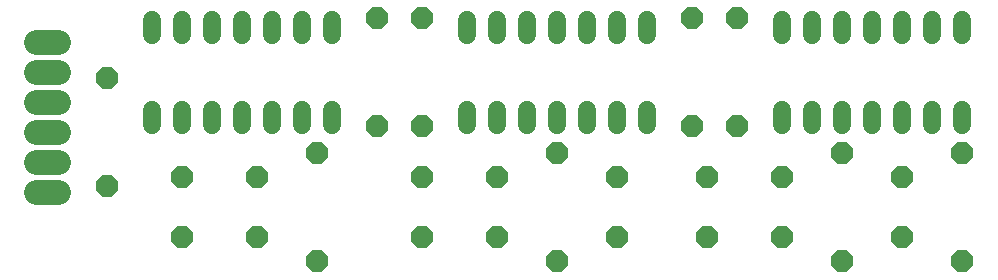
<source format=gbs>
G75*
%MOMM*%
%OFA0B0*%
%FSLAX33Y33*%
%IPPOS*%
%LPD*%
%AMOC8*
5,1,8,0,0,1.08239X$1,22.5*
%
%ADD10C,1.524*%
%ADD11OC8,1.803*%
%ADD12OC8,1.880*%
%ADD13C,2.083*%
D10*
X14224Y14834D02*
X14224Y16154D01*
X16764Y16154D02*
X16764Y14834D01*
X19304Y14834D02*
X19304Y16154D01*
X21844Y16154D02*
X21844Y14834D01*
X24384Y14834D02*
X24384Y16154D01*
X26924Y16154D02*
X26924Y14834D01*
X29464Y14834D02*
X29464Y16154D01*
X40894Y16154D02*
X40894Y14834D01*
X43434Y14834D02*
X43434Y16154D01*
X45974Y16154D02*
X45974Y14834D01*
X48514Y14834D02*
X48514Y16154D01*
X51054Y16154D02*
X51054Y14834D01*
X53594Y14834D02*
X53594Y16154D01*
X56134Y16154D02*
X56134Y14834D01*
X67564Y14834D02*
X67564Y16154D01*
X70104Y16154D02*
X70104Y14834D01*
X72644Y14834D02*
X72644Y16154D01*
X75184Y16154D02*
X75184Y14834D01*
X77724Y14834D02*
X77724Y16154D01*
X80264Y16154D02*
X80264Y14834D01*
X82804Y14834D02*
X82804Y16154D01*
X82804Y22454D02*
X82804Y23774D01*
X80264Y23774D02*
X80264Y22454D01*
X77724Y22454D02*
X77724Y23774D01*
X75184Y23774D02*
X75184Y22454D01*
X72644Y22454D02*
X72644Y23774D01*
X70104Y23774D02*
X70104Y22454D01*
X67564Y22454D02*
X67564Y23774D01*
X56134Y23774D02*
X56134Y22454D01*
X53594Y22454D02*
X53594Y23774D01*
X51054Y23774D02*
X51054Y22454D01*
X48514Y22454D02*
X48514Y23774D01*
X45974Y23774D02*
X45974Y22454D01*
X43434Y22454D02*
X43434Y23774D01*
X40894Y23774D02*
X40894Y22454D01*
X29464Y22454D02*
X29464Y23774D01*
X26924Y23774D02*
X26924Y22454D01*
X24384Y22454D02*
X24384Y23774D01*
X21844Y23774D02*
X21844Y22454D01*
X19304Y22454D02*
X19304Y23774D01*
X16764Y23774D02*
X16764Y22454D01*
X14224Y22454D02*
X14224Y23774D01*
D11*
X16764Y05334D03*
X23114Y05334D03*
X37084Y05334D03*
X43434Y05334D03*
X53594Y05334D03*
X61214Y05334D03*
X67564Y05334D03*
X77724Y05334D03*
X77724Y10414D03*
X67564Y10414D03*
X61214Y10414D03*
X53594Y10414D03*
X43434Y10414D03*
X37084Y10414D03*
X23114Y10414D03*
X16764Y10414D03*
D12*
X10414Y09652D03*
X28194Y12446D03*
X33274Y14732D03*
X37084Y14732D03*
X48514Y12446D03*
X59944Y14732D03*
X63754Y14732D03*
X72644Y12446D03*
X82804Y12446D03*
X82804Y03302D03*
X72644Y03302D03*
X48514Y03302D03*
X28194Y03302D03*
X10414Y18796D03*
X33274Y23876D03*
X37084Y23876D03*
X59944Y23876D03*
X63754Y23876D03*
D13*
X06274Y21844D02*
X04394Y21844D01*
X04394Y19304D02*
X06274Y19304D01*
X06274Y16764D02*
X04394Y16764D01*
X04394Y14224D02*
X06274Y14224D01*
X06274Y11684D02*
X04394Y11684D01*
X04394Y09144D02*
X06274Y09144D01*
M02*

</source>
